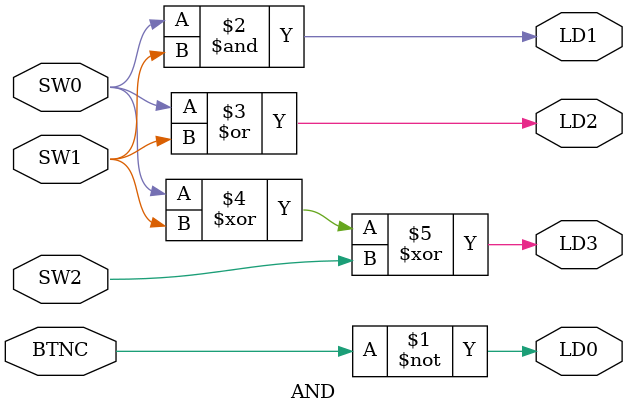
<source format=v>
`timescale 1ns / 1ps


module AND(
    input SW0,
    input SW1,
    input SW2,
    input BTNC,
    output LD0,
    output LD1,
    output LD2,
    output LD3
    );
    
    assign LD0 = ~BTNC;
    assign LD1 = SW0 & SW1;
    assign LD2 = SW0 | SW1;
    assign LD3 = SW0 ^ SW1 ^ SW2;
    
endmodule

</source>
